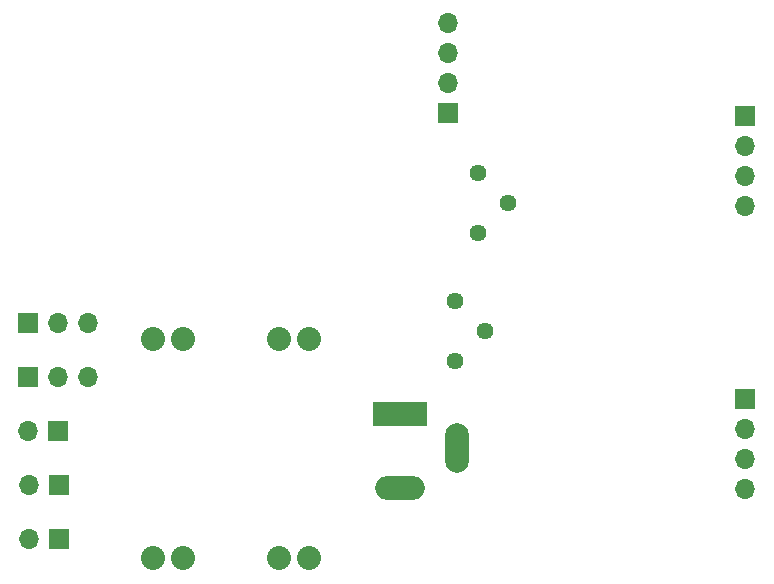
<source format=gbr>
%TF.GenerationSoftware,KiCad,Pcbnew,7.0.1*%
%TF.CreationDate,2023-03-21T20:45:46+01:00*%
%TF.ProjectId,PCB_evenwicht,5043425f-6576-4656-9e77-696368742e6b,rev?*%
%TF.SameCoordinates,Original*%
%TF.FileFunction,Soldermask,Bot*%
%TF.FilePolarity,Negative*%
%FSLAX46Y46*%
G04 Gerber Fmt 4.6, Leading zero omitted, Abs format (unit mm)*
G04 Created by KiCad (PCBNEW 7.0.1) date 2023-03-21 20:45:46*
%MOMM*%
%LPD*%
G01*
G04 APERTURE LIST*
%ADD10R,1.700000X1.700000*%
%ADD11O,1.700000X1.700000*%
%ADD12C,2.032000*%
%ADD13C,1.440000*%
%ADD14O,2.000000X4.200000*%
%ADD15O,4.200000X2.000000*%
%ADD16R,4.600000X2.000000*%
G04 APERTURE END LIST*
D10*
%TO.C,J8*%
X107696000Y-80264000D03*
D11*
X110236000Y-80264000D03*
X112776000Y-80264000D03*
%TD*%
D12*
%TO.C,U3*%
X131470400Y-100126800D03*
X128930400Y-100126800D03*
X120802400Y-100126800D03*
X118262400Y-100126800D03*
X118262400Y-81584800D03*
X120802400Y-81584800D03*
X128930400Y-81584800D03*
X131470400Y-81584800D03*
%TD*%
D11*
%TO.C,J4*%
X168402000Y-70358000D03*
X168402000Y-67818000D03*
X168402000Y-65278000D03*
D10*
X168402000Y-62738000D03*
%TD*%
%TO.C,J2*%
X143256000Y-62484000D03*
D11*
X143256000Y-59944000D03*
X143256000Y-57404000D03*
X143256000Y-54864000D03*
%TD*%
D13*
%TO.C,RV2*%
X143779000Y-83413600D03*
X146319000Y-80873600D03*
X143779000Y-78333600D03*
%TD*%
%TO.C,RV1*%
X145796000Y-72644000D03*
X148336000Y-70104000D03*
X145796000Y-67564000D03*
%TD*%
D10*
%TO.C,J7*%
X110236000Y-89408000D03*
D11*
X107696000Y-89408000D03*
%TD*%
D10*
%TO.C,J3*%
X110241000Y-93980000D03*
D11*
X107701000Y-93980000D03*
%TD*%
D10*
%TO.C,J6*%
X168402000Y-86624000D03*
D11*
X168402000Y-89164000D03*
X168402000Y-91704000D03*
X168402000Y-94244000D03*
%TD*%
D10*
%TO.C,J9*%
X110241000Y-98552000D03*
D11*
X107701000Y-98552000D03*
%TD*%
D10*
%TO.C,J5*%
X107696000Y-84836000D03*
D11*
X110236000Y-84836000D03*
X112776000Y-84836000D03*
%TD*%
D14*
%TO.C,J1*%
X143992000Y-90834000D03*
D15*
X139192000Y-94234000D03*
D16*
X139192000Y-87934000D03*
%TD*%
M02*

</source>
